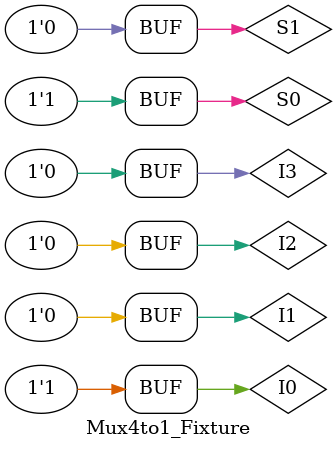
<source format=v>
`timescale 1ns / 1ps


module Mux4to1_Fixture;

	// Inputs
	reg I0;
	reg I1;
	reg I2;
	reg I3;
	reg S0;
	reg S1;

	// Outputs
	wire outputt;

	// Instantiate the Unit Under Test (UUT)
	Mux4to1_LM_19101664 uut (
		.I0(I0), 
		.I1(I1), 
		.I2(I2), 
		.I3(I3), 
		.S0(S0), 
		.S1(S1), 
		.outputt(outputt)
	);

	initial begin
		// Initialize Inputs
		I0 = 1;
		I1 = 0;
		I2 = 0;
		I3 = 0;
		S0 = 0;
		S1 = 0;
		#100;
        
		// Add stimulus here

		I0 = 0;
		I1 = 0;
		I2 = 0;
		I3 = 1;
		S0 = 1;
		S1 = 1;
		#100;
        
		I0 = 0;
		I1 = 0;
		I2 = 1;
		I3 = 0;
		S0 = 0;
		S1 = 1;
		#100;
      I0 = 0;
		I1 = 1;
		I2 = 0;
		I3 = 0;
		S0 = 1;
		S1 = 0;
		#100;
		I0 = 1;
		I1 = 0;
		I2 = 0;
		I3 = 0;
		S0 = 1;
		S1 = 0;
		#100;
        
	end
      
endmodule


</source>
